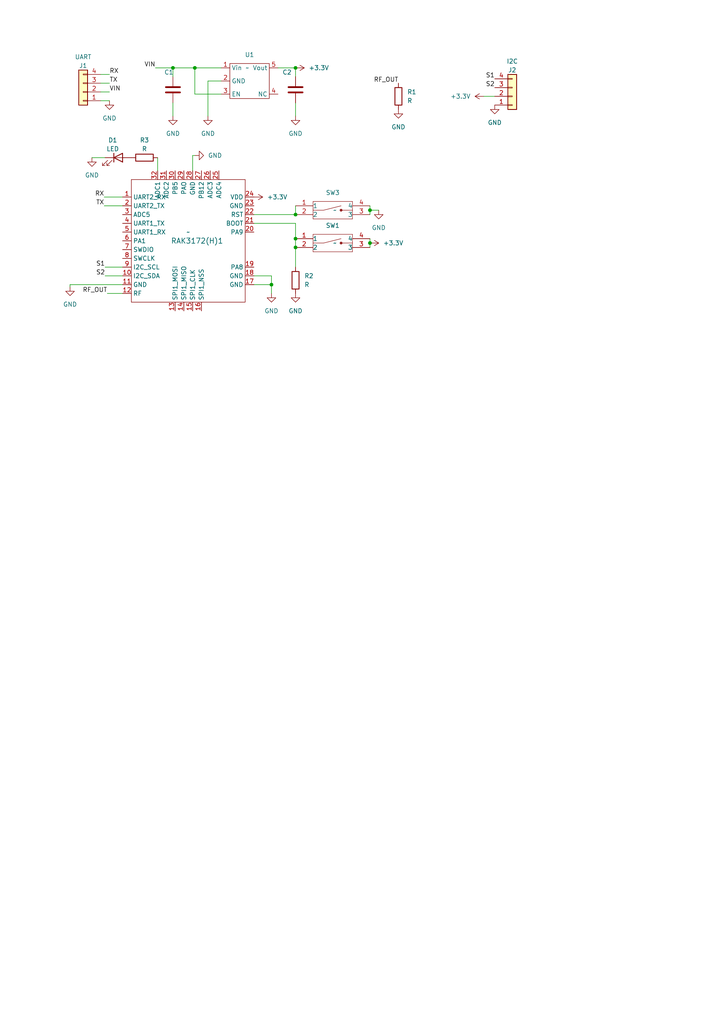
<source format=kicad_sch>
(kicad_sch (version 20230121) (generator eeschema)

  (uuid f203ee31-0582-4dde-bd5d-0b36a68ea503)

  (paper "A4" portrait)

  (title_block
    (title "LoRAK v.2")
  )

  (lib_symbols
    (symbol "00_Lib:RAK3172" (in_bom yes) (on_board yes)
      (property "Reference" "RAK3172(H)" (at 0 0 0)
        (effects (font (size 1.5 1.5)))
      )
      (property "Value" "" (at 0 2.54 0)
        (effects (font (size 1.27 1.27)))
      )
      (property "Footprint" "" (at 0 2.54 0)
        (effects (font (size 1.27 1.27)) hide)
      )
      (property "Datasheet" "" (at 0 2.54 0)
        (effects (font (size 1.27 1.27)) hide)
      )
      (symbol "RAK3172_0_1"
        (rectangle (start -16.51 17.78) (end 16.51 -17.78)
          (stroke (width 0) (type default))
          (fill (type none))
        )
      )
      (symbol "RAK3172_1_1"
        (pin input line (at -19.05 12.7 0) (length 2.54)
          (name "UART2_RX" (effects (font (size 1.27 1.27))))
          (number "1" (effects (font (size 1.27 1.27))))
        )
        (pin unspecified line (at -19.05 -10.16 0) (length 2.54)
          (name "I2C_SDA" (effects (font (size 1.27 1.27))))
          (number "10" (effects (font (size 1.27 1.27))))
        )
        (pin unspecified line (at -19.05 -12.7 0) (length 2.54)
          (name "GND" (effects (font (size 1.27 1.27))))
          (number "11" (effects (font (size 1.27 1.27))))
        )
        (pin unspecified line (at -19.05 -15.24 0) (length 2.54)
          (name "RF" (effects (font (size 1.27 1.27))))
          (number "12" (effects (font (size 1.27 1.27))))
        )
        (pin unspecified line (at -3.81 -20.32 90) (length 2.54)
          (name "SPI1_MOSI" (effects (font (size 1.27 1.27))))
          (number "13" (effects (font (size 1.27 1.27))))
        )
        (pin unspecified line (at -1.27 -20.32 90) (length 2.54)
          (name "SPI1_MISO" (effects (font (size 1.27 1.27))))
          (number "14" (effects (font (size 1.27 1.27))))
        )
        (pin unspecified line (at 1.27 -20.32 90) (length 2.54)
          (name "SPI1_CLK" (effects (font (size 1.27 1.27))))
          (number "15" (effects (font (size 1.27 1.27))))
        )
        (pin unspecified line (at 3.81 -20.32 90) (length 2.54)
          (name "SPI1_NSS" (effects (font (size 1.27 1.27))))
          (number "16" (effects (font (size 1.27 1.27))))
        )
        (pin unspecified line (at 19.05 -12.7 180) (length 2.54)
          (name "GND" (effects (font (size 1.27 1.27))))
          (number "17" (effects (font (size 1.27 1.27))))
        )
        (pin unspecified line (at 19.05 -10.16 180) (length 2.54)
          (name "GND" (effects (font (size 1.27 1.27))))
          (number "18" (effects (font (size 1.27 1.27))))
        )
        (pin unspecified line (at 19.05 -7.62 180) (length 2.54)
          (name "PA8" (effects (font (size 1.27 1.27))))
          (number "19" (effects (font (size 1.27 1.27))))
        )
        (pin output line (at -19.05 10.16 0) (length 2.54)
          (name "UART2_TX" (effects (font (size 1.27 1.27))))
          (number "2" (effects (font (size 1.27 1.27))))
        )
        (pin unspecified line (at 19.05 2.54 180) (length 2.54)
          (name "PA9" (effects (font (size 1.27 1.27))))
          (number "20" (effects (font (size 1.27 1.27))))
        )
        (pin unspecified line (at 19.05 5.08 180) (length 2.54)
          (name "BOOT" (effects (font (size 1.27 1.27))))
          (number "21" (effects (font (size 1.27 1.27))))
        )
        (pin unspecified line (at 19.05 7.62 180) (length 2.54)
          (name "RST" (effects (font (size 1.27 1.27))))
          (number "22" (effects (font (size 1.27 1.27))))
        )
        (pin unspecified line (at 19.05 10.16 180) (length 2.54)
          (name "GND" (effects (font (size 1.27 1.27))))
          (number "23" (effects (font (size 1.27 1.27))))
        )
        (pin input line (at 19.05 12.7 180) (length 2.54)
          (name "VDD" (effects (font (size 1.27 1.27))))
          (number "24" (effects (font (size 1.27 1.27))))
        )
        (pin unspecified line (at 8.89 20.32 270) (length 2.54)
          (name "ADC4" (effects (font (size 1.27 1.27))))
          (number "25" (effects (font (size 1.27 1.27))))
        )
        (pin unspecified line (at 6.35 20.32 270) (length 2.54)
          (name "ADC3" (effects (font (size 1.27 1.27))))
          (number "26" (effects (font (size 1.27 1.27))))
        )
        (pin unspecified line (at 3.81 20.32 270) (length 2.54)
          (name "PB12" (effects (font (size 1.27 1.27))))
          (number "27" (effects (font (size 1.27 1.27))))
        )
        (pin unspecified line (at 1.27 20.32 270) (length 2.54)
          (name "GND" (effects (font (size 1.27 1.27))))
          (number "28" (effects (font (size 1.27 1.27))))
        )
        (pin unspecified line (at -1.27 20.32 270) (length 2.54)
          (name "PAO" (effects (font (size 1.27 1.27))))
          (number "29" (effects (font (size 1.27 1.27))))
        )
        (pin unspecified line (at -19.05 7.62 0) (length 2.54)
          (name "ADC5" (effects (font (size 1.27 1.27))))
          (number "3" (effects (font (size 1.27 1.27))))
        )
        (pin unspecified line (at -3.81 20.32 270) (length 2.54)
          (name "PB5" (effects (font (size 1.27 1.27))))
          (number "30" (effects (font (size 1.27 1.27))))
        )
        (pin unspecified line (at -6.35 20.32 270) (length 2.54)
          (name "ADC2" (effects (font (size 1.27 1.27))))
          (number "31" (effects (font (size 1.27 1.27))))
        )
        (pin unspecified line (at -8.89 20.32 270) (length 2.54)
          (name "ADC1" (effects (font (size 1.27 1.27))))
          (number "32" (effects (font (size 1.27 1.27))))
        )
        (pin input line (at -19.05 5.08 0) (length 2.54)
          (name "UART1_TX" (effects (font (size 1.27 1.27))))
          (number "4" (effects (font (size 1.27 1.27))))
        )
        (pin output line (at -19.05 2.54 0) (length 2.54)
          (name "UART1_RX" (effects (font (size 1.27 1.27))))
          (number "5" (effects (font (size 1.27 1.27))))
        )
        (pin unspecified line (at -19.05 0 0) (length 2.54)
          (name "PA1" (effects (font (size 1.27 1.27))))
          (number "6" (effects (font (size 1.27 1.27))))
        )
        (pin unspecified line (at -19.05 -2.54 0) (length 2.54)
          (name "SWDIO" (effects (font (size 1.27 1.27))))
          (number "7" (effects (font (size 1.27 1.27))))
        )
        (pin unspecified line (at -19.05 -5.08 0) (length 2.54)
          (name "SWCLK" (effects (font (size 1.27 1.27))))
          (number "8" (effects (font (size 1.27 1.27))))
        )
        (pin unspecified line (at -19.05 -7.62 0) (length 2.54)
          (name "I2C_SCL" (effects (font (size 1.27 1.27))))
          (number "9" (effects (font (size 1.27 1.27))))
        )
      )
    )
    (symbol "00lib:STLQ020" (in_bom yes) (on_board yes)
      (property "Reference" "U" (at 0 5.08 0)
        (effects (font (size 1.27 1.27)))
      )
      (property "Value" "" (at 0 0 0)
        (effects (font (size 1.27 1.27)))
      )
      (property "Footprint" "" (at 0 0 0)
        (effects (font (size 1.27 1.27)) hide)
      )
      (property "Datasheet" "" (at 0 0 0)
        (effects (font (size 1.27 1.27)) hide)
      )
      (symbol "STLQ020_0_1"
        (rectangle (start -5.08 1.27) (end 6.35 -8.89)
          (stroke (width 0) (type default))
          (fill (type none))
        )
      )
      (symbol "STLQ020_1_1"
        (pin input line (at -7.62 0 0) (length 2.54)
          (name "Vin" (effects (font (size 1.27 1.27))))
          (number "1" (effects (font (size 1.27 1.27))))
        )
        (pin input line (at -7.62 -3.81 0) (length 2.54)
          (name "GND" (effects (font (size 1.27 1.27))))
          (number "2" (effects (font (size 1.27 1.27))))
        )
        (pin input line (at -7.62 -7.62 0) (length 2.54)
          (name "EN" (effects (font (size 1.27 1.27))))
          (number "3" (effects (font (size 1.27 1.27))))
        )
        (pin input line (at 8.89 -7.62 180) (length 2.54)
          (name "NC" (effects (font (size 1.27 1.27))))
          (number "4" (effects (font (size 1.27 1.27))))
        )
        (pin input line (at 8.89 0 180) (length 2.54)
          (name "Vout" (effects (font (size 1.27 1.27))))
          (number "5" (effects (font (size 1.27 1.27))))
        )
      )
    )
    (symbol "Connector_Generic:Conn_01x04" (pin_names (offset 1.016) hide) (in_bom yes) (on_board yes)
      (property "Reference" "J" (at 0 5.08 0)
        (effects (font (size 1.27 1.27)))
      )
      (property "Value" "Conn_01x04" (at 0 -7.62 0)
        (effects (font (size 1.27 1.27)))
      )
      (property "Footprint" "" (at 0 0 0)
        (effects (font (size 1.27 1.27)) hide)
      )
      (property "Datasheet" "~" (at 0 0 0)
        (effects (font (size 1.27 1.27)) hide)
      )
      (property "ki_keywords" "connector" (at 0 0 0)
        (effects (font (size 1.27 1.27)) hide)
      )
      (property "ki_description" "Generic connector, single row, 01x04, script generated (kicad-library-utils/schlib/autogen/connector/)" (at 0 0 0)
        (effects (font (size 1.27 1.27)) hide)
      )
      (property "ki_fp_filters" "Connector*:*_1x??_*" (at 0 0 0)
        (effects (font (size 1.27 1.27)) hide)
      )
      (symbol "Conn_01x04_1_1"
        (rectangle (start -1.27 -4.953) (end 0 -5.207)
          (stroke (width 0.1524) (type default))
          (fill (type none))
        )
        (rectangle (start -1.27 -2.413) (end 0 -2.667)
          (stroke (width 0.1524) (type default))
          (fill (type none))
        )
        (rectangle (start -1.27 0.127) (end 0 -0.127)
          (stroke (width 0.1524) (type default))
          (fill (type none))
        )
        (rectangle (start -1.27 2.667) (end 0 2.413)
          (stroke (width 0.1524) (type default))
          (fill (type none))
        )
        (rectangle (start -1.27 3.81) (end 1.27 -6.35)
          (stroke (width 0.254) (type default))
          (fill (type background))
        )
        (pin passive line (at -5.08 2.54 0) (length 3.81)
          (name "Pin_1" (effects (font (size 1.27 1.27))))
          (number "1" (effects (font (size 1.27 1.27))))
        )
        (pin passive line (at -5.08 0 0) (length 3.81)
          (name "Pin_2" (effects (font (size 1.27 1.27))))
          (number "2" (effects (font (size 1.27 1.27))))
        )
        (pin passive line (at -5.08 -2.54 0) (length 3.81)
          (name "Pin_3" (effects (font (size 1.27 1.27))))
          (number "3" (effects (font (size 1.27 1.27))))
        )
        (pin passive line (at -5.08 -5.08 0) (length 3.81)
          (name "Pin_4" (effects (font (size 1.27 1.27))))
          (number "4" (effects (font (size 1.27 1.27))))
        )
      )
    )
    (symbol "Device:C" (pin_numbers hide) (pin_names (offset 0.254)) (in_bom yes) (on_board yes)
      (property "Reference" "C" (at 0.635 2.54 0)
        (effects (font (size 1.27 1.27)) (justify left))
      )
      (property "Value" "C" (at 0.635 -2.54 0)
        (effects (font (size 1.27 1.27)) (justify left))
      )
      (property "Footprint" "" (at 0.9652 -3.81 0)
        (effects (font (size 1.27 1.27)) hide)
      )
      (property "Datasheet" "~" (at 0 0 0)
        (effects (font (size 1.27 1.27)) hide)
      )
      (property "ki_keywords" "cap capacitor" (at 0 0 0)
        (effects (font (size 1.27 1.27)) hide)
      )
      (property "ki_description" "Unpolarized capacitor" (at 0 0 0)
        (effects (font (size 1.27 1.27)) hide)
      )
      (property "ki_fp_filters" "C_*" (at 0 0 0)
        (effects (font (size 1.27 1.27)) hide)
      )
      (symbol "C_0_1"
        (polyline
          (pts
            (xy -2.032 -0.762)
            (xy 2.032 -0.762)
          )
          (stroke (width 0.508) (type default))
          (fill (type none))
        )
        (polyline
          (pts
            (xy -2.032 0.762)
            (xy 2.032 0.762)
          )
          (stroke (width 0.508) (type default))
          (fill (type none))
        )
      )
      (symbol "C_1_1"
        (pin passive line (at 0 3.81 270) (length 2.794)
          (name "~" (effects (font (size 1.27 1.27))))
          (number "1" (effects (font (size 1.27 1.27))))
        )
        (pin passive line (at 0 -3.81 90) (length 2.794)
          (name "~" (effects (font (size 1.27 1.27))))
          (number "2" (effects (font (size 1.27 1.27))))
        )
      )
    )
    (symbol "Device:LED" (pin_numbers hide) (pin_names (offset 1.016) hide) (in_bom yes) (on_board yes)
      (property "Reference" "D" (at 0 2.54 0)
        (effects (font (size 1.27 1.27)))
      )
      (property "Value" "LED" (at 0 -2.54 0)
        (effects (font (size 1.27 1.27)))
      )
      (property "Footprint" "" (at 0 0 0)
        (effects (font (size 1.27 1.27)) hide)
      )
      (property "Datasheet" "~" (at 0 0 0)
        (effects (font (size 1.27 1.27)) hide)
      )
      (property "ki_keywords" "LED diode" (at 0 0 0)
        (effects (font (size 1.27 1.27)) hide)
      )
      (property "ki_description" "Light emitting diode" (at 0 0 0)
        (effects (font (size 1.27 1.27)) hide)
      )
      (property "ki_fp_filters" "LED* LED_SMD:* LED_THT:*" (at 0 0 0)
        (effects (font (size 1.27 1.27)) hide)
      )
      (symbol "LED_0_1"
        (polyline
          (pts
            (xy -1.27 -1.27)
            (xy -1.27 1.27)
          )
          (stroke (width 0.254) (type default))
          (fill (type none))
        )
        (polyline
          (pts
            (xy -1.27 0)
            (xy 1.27 0)
          )
          (stroke (width 0) (type default))
          (fill (type none))
        )
        (polyline
          (pts
            (xy 1.27 -1.27)
            (xy 1.27 1.27)
            (xy -1.27 0)
            (xy 1.27 -1.27)
          )
          (stroke (width 0.254) (type default))
          (fill (type none))
        )
        (polyline
          (pts
            (xy -3.048 -0.762)
            (xy -4.572 -2.286)
            (xy -3.81 -2.286)
            (xy -4.572 -2.286)
            (xy -4.572 -1.524)
          )
          (stroke (width 0) (type default))
          (fill (type none))
        )
        (polyline
          (pts
            (xy -1.778 -0.762)
            (xy -3.302 -2.286)
            (xy -2.54 -2.286)
            (xy -3.302 -2.286)
            (xy -3.302 -1.524)
          )
          (stroke (width 0) (type default))
          (fill (type none))
        )
      )
      (symbol "LED_1_1"
        (pin passive line (at -3.81 0 0) (length 2.54)
          (name "K" (effects (font (size 1.27 1.27))))
          (number "1" (effects (font (size 1.27 1.27))))
        )
        (pin passive line (at 3.81 0 180) (length 2.54)
          (name "A" (effects (font (size 1.27 1.27))))
          (number "2" (effects (font (size 1.27 1.27))))
        )
      )
    )
    (symbol "Device:R" (pin_numbers hide) (pin_names (offset 0)) (in_bom yes) (on_board yes)
      (property "Reference" "R" (at 2.032 0 90)
        (effects (font (size 1.27 1.27)))
      )
      (property "Value" "R" (at 0 0 90)
        (effects (font (size 1.27 1.27)))
      )
      (property "Footprint" "" (at -1.778 0 90)
        (effects (font (size 1.27 1.27)) hide)
      )
      (property "Datasheet" "~" (at 0 0 0)
        (effects (font (size 1.27 1.27)) hide)
      )
      (property "ki_keywords" "R res resistor" (at 0 0 0)
        (effects (font (size 1.27 1.27)) hide)
      )
      (property "ki_description" "Resistor" (at 0 0 0)
        (effects (font (size 1.27 1.27)) hide)
      )
      (property "ki_fp_filters" "R_*" (at 0 0 0)
        (effects (font (size 1.27 1.27)) hide)
      )
      (symbol "R_0_1"
        (rectangle (start -1.016 -2.54) (end 1.016 2.54)
          (stroke (width 0.254) (type default))
          (fill (type none))
        )
      )
      (symbol "R_1_1"
        (pin passive line (at 0 3.81 270) (length 1.27)
          (name "~" (effects (font (size 1.27 1.27))))
          (number "1" (effects (font (size 1.27 1.27))))
        )
        (pin passive line (at 0 -3.81 90) (length 1.27)
          (name "~" (effects (font (size 1.27 1.27))))
          (number "2" (effects (font (size 1.27 1.27))))
        )
      )
    )
    (symbol "PTS526_1" (pin_names (offset 0.0001)) (in_bom yes) (on_board yes)
      (property "Reference" "SW" (at 0 0 0)
        (effects (font (size 1.27 1.27)))
      )
      (property "Value" "" (at 0 0 0)
        (effects (font (size 1.27 1.27)))
      )
      (property "Footprint" "00_lib:PTS526" (at 0 -3.81 0)
        (effects (font (size 1.27 1.27)) hide)
      )
      (property "Datasheet" "" (at 0 0 0)
        (effects (font (size 1.27 1.27)) hide)
      )
      (symbol "PTS526_1_0_1"
        (polyline
          (pts
            (xy -6.35 -2.54)
            (xy -6.35 2.54)
          )
          (stroke (width 0.127) (type default))
          (fill (type none))
        )
        (polyline
          (pts
            (xy -6.35 -2.54)
            (xy 5.08 -2.54)
          )
          (stroke (width 0.127) (type default))
          (fill (type none))
        )
        (polyline
          (pts
            (xy -6.35 0)
            (xy -3.302 0)
          )
          (stroke (width 0.127) (type default))
          (fill (type none))
        )
        (polyline
          (pts
            (xy -3.302 0)
            (xy 1.778 1.27)
          )
          (stroke (width 0.127) (type default))
          (fill (type none))
        )
        (polyline
          (pts
            (xy 5.08 -2.54)
            (xy 5.08 2.54)
          )
          (stroke (width 0.127) (type default))
          (fill (type none))
        )
        (polyline
          (pts
            (xy 5.08 0)
            (xy 1.778 0)
          )
          (stroke (width 0.127) (type default))
          (fill (type none))
        )
        (polyline
          (pts
            (xy 5.08 2.54)
            (xy -6.35 2.54)
          )
          (stroke (width 0.127) (type default))
          (fill (type none))
        )
        (circle (center 1.778 0) (radius 0.254)
          (stroke (width 0.254) (type default))
          (fill (type none))
        )
      )
      (symbol "PTS526_1_1_1"
        (pin unspecified line (at -11.43 1.27 0) (length 5)
          (name "1" (effects (font (size 1.27 1.27))))
          (number "1" (effects (font (size 1.27 1.27))))
        )
        (pin unspecified line (at -11.43 -1.27 0) (length 5)
          (name "2" (effects (font (size 1.27 1.27))))
          (number "2" (effects (font (size 1.27 1.27))))
        )
        (pin unspecified line (at 10.16 -1.27 180) (length 5)
          (name "3" (effects (font (size 1.27 1.27))))
          (number "3" (effects (font (size 1.27 1.27))))
        )
        (pin unspecified line (at 10.16 1.27 180) (length 5)
          (name "4" (effects (font (size 1.27 1.27))))
          (number "4" (effects (font (size 1.27 1.27))))
        )
      )
    )
    (symbol "power:+3.3V" (power) (pin_names (offset 0)) (in_bom yes) (on_board yes)
      (property "Reference" "#PWR" (at 0 -3.81 0)
        (effects (font (size 1.27 1.27)) hide)
      )
      (property "Value" "+3.3V" (at 0 3.556 0)
        (effects (font (size 1.27 1.27)))
      )
      (property "Footprint" "" (at 0 0 0)
        (effects (font (size 1.27 1.27)) hide)
      )
      (property "Datasheet" "" (at 0 0 0)
        (effects (font (size 1.27 1.27)) hide)
      )
      (property "ki_keywords" "global power" (at 0 0 0)
        (effects (font (size 1.27 1.27)) hide)
      )
      (property "ki_description" "Power symbol creates a global label with name \"+3.3V\"" (at 0 0 0)
        (effects (font (size 1.27 1.27)) hide)
      )
      (symbol "+3.3V_0_1"
        (polyline
          (pts
            (xy -0.762 1.27)
            (xy 0 2.54)
          )
          (stroke (width 0) (type default))
          (fill (type none))
        )
        (polyline
          (pts
            (xy 0 0)
            (xy 0 2.54)
          )
          (stroke (width 0) (type default))
          (fill (type none))
        )
        (polyline
          (pts
            (xy 0 2.54)
            (xy 0.762 1.27)
          )
          (stroke (width 0) (type default))
          (fill (type none))
        )
      )
      (symbol "+3.3V_1_1"
        (pin power_in line (at 0 0 90) (length 0) hide
          (name "+3.3V" (effects (font (size 1.27 1.27))))
          (number "1" (effects (font (size 1.27 1.27))))
        )
      )
    )
    (symbol "power:GND" (power) (pin_names (offset 0)) (in_bom yes) (on_board yes)
      (property "Reference" "#PWR" (at 0 -6.35 0)
        (effects (font (size 1.27 1.27)) hide)
      )
      (property "Value" "GND" (at 0 -3.81 0)
        (effects (font (size 1.27 1.27)))
      )
      (property "Footprint" "" (at 0 0 0)
        (effects (font (size 1.27 1.27)) hide)
      )
      (property "Datasheet" "" (at 0 0 0)
        (effects (font (size 1.27 1.27)) hide)
      )
      (property "ki_keywords" "global power" (at 0 0 0)
        (effects (font (size 1.27 1.27)) hide)
      )
      (property "ki_description" "Power symbol creates a global label with name \"GND\" , ground" (at 0 0 0)
        (effects (font (size 1.27 1.27)) hide)
      )
      (symbol "GND_0_1"
        (polyline
          (pts
            (xy 0 0)
            (xy 0 -1.27)
            (xy 1.27 -1.27)
            (xy 0 -2.54)
            (xy -1.27 -1.27)
            (xy 0 -1.27)
          )
          (stroke (width 0) (type default))
          (fill (type none))
        )
      )
      (symbol "GND_1_1"
        (pin power_in line (at 0 0 270) (length 0) hide
          (name "GND" (effects (font (size 1.27 1.27))))
          (number "1" (effects (font (size 1.27 1.27))))
        )
      )
    )
  )

  (junction (at 85.725 69.215) (diameter 0) (color 0 0 0 0)
    (uuid 0d03a94f-d6fd-4a4e-be81-ad388dac0816)
  )
  (junction (at 56.515 19.685) (diameter 0) (color 0 0 0 0)
    (uuid 11abfb71-c6ff-40bc-9593-0a78dc15ee05)
  )
  (junction (at 107.315 70.485) (diameter 0) (color 0 0 0 0)
    (uuid 2e2c2880-af7f-45ba-a7b9-e4a96f547002)
  )
  (junction (at 85.725 62.23) (diameter 0) (color 0 0 0 0)
    (uuid 3f4dde94-b372-457f-a4e9-607210f32b48)
  )
  (junction (at 85.725 19.685) (diameter 0) (color 0 0 0 0)
    (uuid 4793c13a-c9f0-4824-8a7e-68cecaa6c289)
  )
  (junction (at 107.315 60.96) (diameter 0) (color 0 0 0 0)
    (uuid a51f67b0-e714-4b67-ab18-5d3cb84e40b7)
  )
  (junction (at 78.74 82.55) (diameter 0) (color 0 0 0 0)
    (uuid ae3d145c-7583-4832-b99b-7e6285a86949)
  )
  (junction (at 85.725 71.755) (diameter 0) (color 0 0 0 0)
    (uuid ea06108e-b7c0-4f38-ae93-b257469b695e)
  )
  (junction (at 50.165 19.685) (diameter 0) (color 0 0 0 0)
    (uuid fb5c63c6-cc9a-403d-a2f7-6a7a1d9fc203)
  )

  (wire (pts (xy 64.135 23.495) (xy 60.325 23.495))
    (stroke (width 0) (type default))
    (uuid 0a406273-84b0-4e57-b594-7038174a1226)
  )
  (wire (pts (xy 85.725 64.77) (xy 85.725 69.215))
    (stroke (width 0) (type default))
    (uuid 17f3d681-e84b-473e-aeb8-9b3ceb624bce)
  )
  (wire (pts (xy 85.725 69.215) (xy 85.725 71.755))
    (stroke (width 0) (type default))
    (uuid 19a9b100-e473-4bde-b7b3-532f54de791f)
  )
  (wire (pts (xy 78.74 80.01) (xy 78.74 82.55))
    (stroke (width 0) (type default))
    (uuid 1a9f25fa-515c-42ea-a6c5-768ddc350fdf)
  )
  (wire (pts (xy 30.48 77.47) (xy 35.56 77.47))
    (stroke (width 0) (type default))
    (uuid 1f77f356-4a64-4d5b-b19a-27961f5175eb)
  )
  (wire (pts (xy 80.645 19.685) (xy 85.725 19.685))
    (stroke (width 0) (type default))
    (uuid 284c07d5-b966-483a-bf47-4bf1d5d9e2f1)
  )
  (wire (pts (xy 50.165 19.685) (xy 56.515 19.685))
    (stroke (width 0) (type default))
    (uuid 2dddfe12-6536-4f79-8124-8fcd1db46cb2)
  )
  (wire (pts (xy 73.66 82.55) (xy 78.74 82.55))
    (stroke (width 0) (type default))
    (uuid 2e117020-d750-403a-88d2-436df1b11d2c)
  )
  (wire (pts (xy 29.21 24.13) (xy 31.75 24.13))
    (stroke (width 0) (type default))
    (uuid 36e24ce0-4220-4dd1-90e4-ac74305d7c22)
  )
  (wire (pts (xy 78.74 82.55) (xy 78.74 85.09))
    (stroke (width 0) (type default))
    (uuid 3907d25d-7146-4967-a908-b164f28c6845)
  )
  (wire (pts (xy 73.66 64.77) (xy 85.725 64.77))
    (stroke (width 0) (type default))
    (uuid 41ba1fb1-2055-4a4b-8e87-bc7d30bce861)
  )
  (wire (pts (xy 85.725 71.755) (xy 85.725 77.47))
    (stroke (width 0) (type default))
    (uuid 46e17ee3-3eb8-41b2-b997-d5f7f3e2a814)
  )
  (wire (pts (xy 107.315 69.215) (xy 107.315 70.485))
    (stroke (width 0) (type default))
    (uuid 4f389c3b-0ee2-40fb-b4dc-55d55bf1d122)
  )
  (wire (pts (xy 107.315 60.96) (xy 109.855 60.96))
    (stroke (width 0) (type default))
    (uuid 54596dea-188a-41e4-ab5a-518790dd991f)
  )
  (wire (pts (xy 55.88 49.53) (xy 55.88 45.085))
    (stroke (width 0) (type default))
    (uuid 5460ae03-c802-47d1-9d63-188414960ee2)
  )
  (wire (pts (xy 107.315 59.69) (xy 107.315 60.96))
    (stroke (width 0) (type default))
    (uuid 56e3ae89-94a6-41e2-8c60-f8f6910fec16)
  )
  (wire (pts (xy 64.135 19.685) (xy 56.515 19.685))
    (stroke (width 0) (type default))
    (uuid 58b14200-2817-44f7-8745-8ff0e956effa)
  )
  (wire (pts (xy 30.226 59.69) (xy 35.56 59.69))
    (stroke (width 0) (type default))
    (uuid 5aefb522-6280-4677-9f2f-1d6ca4a68390)
  )
  (wire (pts (xy 107.315 70.485) (xy 107.315 71.755))
    (stroke (width 0) (type default))
    (uuid 5b8f2113-385b-47ea-9d76-92eb8c8f3c4f)
  )
  (wire (pts (xy 85.725 59.69) (xy 85.725 62.23))
    (stroke (width 0) (type default))
    (uuid 5fdfecb0-771e-4041-9bda-8b5dad3f6e6a)
  )
  (wire (pts (xy 107.315 60.96) (xy 107.315 62.23))
    (stroke (width 0) (type default))
    (uuid 63ccbcec-4011-4d53-9f73-793a985323a6)
  )
  (wire (pts (xy 30.48 80.01) (xy 35.56 80.01))
    (stroke (width 0) (type default))
    (uuid 66c7b405-2cdd-4151-ab0d-9823275aac05)
  )
  (wire (pts (xy 140.335 27.94) (xy 143.51 27.94))
    (stroke (width 0) (type default))
    (uuid 6af7daa6-ed73-408a-882e-9ac9a854923b)
  )
  (wire (pts (xy 45.72 45.72) (xy 45.72 49.53))
    (stroke (width 0) (type default))
    (uuid 6f6c5859-4ecb-4e61-ac3e-c209f0cbea30)
  )
  (wire (pts (xy 29.21 26.67) (xy 31.75 26.67))
    (stroke (width 0) (type default))
    (uuid 715d184b-f702-426f-b110-78365c9ad4f6)
  )
  (wire (pts (xy 29.21 29.21) (xy 31.75 29.21))
    (stroke (width 0) (type default))
    (uuid 7339c7f3-2ead-49bb-abc7-333dc6601251)
  )
  (wire (pts (xy 73.66 62.23) (xy 85.725 62.23))
    (stroke (width 0) (type default))
    (uuid 79f44c05-f2c9-4110-ae3f-8d98e626fed6)
  )
  (wire (pts (xy 85.725 19.685) (xy 85.725 22.225))
    (stroke (width 0) (type default))
    (uuid 7d54299a-3258-4b83-b1c1-67b6bbeaf892)
  )
  (wire (pts (xy 73.66 80.01) (xy 78.74 80.01))
    (stroke (width 0) (type default))
    (uuid 85ead794-b4e2-4a34-8c4c-2704912ba465)
  )
  (wire (pts (xy 64.135 27.305) (xy 56.515 27.305))
    (stroke (width 0) (type default))
    (uuid 9d1a5ea2-ecaf-4ec4-9265-43b0122890ad)
  )
  (wire (pts (xy 20.32 82.55) (xy 20.32 83.185))
    (stroke (width 0) (type default))
    (uuid a30f1b54-a8dc-4b37-9c7c-4fb5b2cd16e5)
  )
  (wire (pts (xy 29.21 21.59) (xy 31.75 21.59))
    (stroke (width 0) (type default))
    (uuid afc46dd6-bbfa-4620-9742-507a3659eb0f)
  )
  (wire (pts (xy 35.56 82.55) (xy 20.32 82.55))
    (stroke (width 0) (type default))
    (uuid b95639b7-5928-4c5f-89c1-b86acbe682fc)
  )
  (wire (pts (xy 50.165 29.845) (xy 50.165 33.655))
    (stroke (width 0) (type default))
    (uuid c157ddc1-1e79-4d5c-8618-57a1487b5cc4)
  )
  (wire (pts (xy 26.67 45.72) (xy 30.48 45.72))
    (stroke (width 0) (type default))
    (uuid d7a3b2f8-c013-4438-8dcf-438b473c0a67)
  )
  (wire (pts (xy 55.88 45.085) (xy 56.515 45.085))
    (stroke (width 0) (type default))
    (uuid d80c4670-e0f6-42e8-bc32-9eacf2dcf1d9)
  )
  (wire (pts (xy 56.515 27.305) (xy 56.515 19.685))
    (stroke (width 0) (type default))
    (uuid e21e4119-6a4b-4437-b8f2-bb0e52ef134f)
  )
  (wire (pts (xy 45.085 19.685) (xy 50.165 19.685))
    (stroke (width 0) (type default))
    (uuid e24e783a-fc89-4a21-a462-8f805ae6a414)
  )
  (wire (pts (xy 30.226 57.15) (xy 35.56 57.15))
    (stroke (width 0) (type default))
    (uuid e659038a-259d-4963-8590-587c83ec5492)
  )
  (wire (pts (xy 31.115 85.09) (xy 35.56 85.09))
    (stroke (width 0) (type default))
    (uuid eb96d138-6ec1-46f5-a848-4dc8037b26ff)
  )
  (wire (pts (xy 60.325 23.495) (xy 60.325 33.655))
    (stroke (width 0) (type default))
    (uuid f3f3220e-171e-4223-aa8a-b20989874923)
  )
  (wire (pts (xy 50.165 19.685) (xy 50.165 22.225))
    (stroke (width 0) (type default))
    (uuid fae9e017-d273-4cda-9d4f-86aa803b3271)
  )
  (wire (pts (xy 85.725 29.845) (xy 85.725 33.655))
    (stroke (width 0) (type default))
    (uuid fe0f0fd7-8bee-4608-b581-fe0ff3456c96)
  )

  (label "S2" (at 143.51 25.4 180) (fields_autoplaced)
    (effects (font (size 1.27 1.27)) (justify right bottom))
    (uuid 050ebcc0-6e27-43d6-8bfb-7962eb1259da)
  )
  (label "TX" (at 30.226 59.69 180) (fields_autoplaced)
    (effects (font (size 1.27 1.27)) (justify right bottom))
    (uuid 0bdf6c66-b208-4f30-8c73-7104fc827a3a)
  )
  (label "S1" (at 143.51 22.86 180) (fields_autoplaced)
    (effects (font (size 1.27 1.27)) (justify right bottom))
    (uuid 277af103-34c7-4beb-a7e7-ef37233fd489)
  )
  (label "VIN" (at 45.085 19.685 180) (fields_autoplaced)
    (effects (font (size 1.27 1.27)) (justify right bottom))
    (uuid 2e39ae5c-41b9-4ec2-a3e1-fe9e2bfa3e9f)
  )
  (label "TX" (at 31.75 24.13 0) (fields_autoplaced)
    (effects (font (size 1.27 1.27)) (justify left bottom))
    (uuid 3493b105-187d-484e-8ae8-02893adba1ce)
  )
  (label "RF_OUT" (at 31.115 85.09 180) (fields_autoplaced)
    (effects (font (size 1.27 1.27)) (justify right bottom))
    (uuid 45e6c2c8-e3f9-458d-b870-0d7f0aef20e5)
  )
  (label "RX" (at 30.226 57.15 180) (fields_autoplaced)
    (effects (font (size 1.27 1.27)) (justify right bottom))
    (uuid 62c32ee9-4355-4a0a-98e8-ac05097ac4f3)
  )
  (label "S1" (at 30.48 77.47 180) (fields_autoplaced)
    (effects (font (size 1.27 1.27)) (justify right bottom))
    (uuid 6d587491-693d-414d-9998-ebc9583c0006)
  )
  (label "S2" (at 30.48 80.01 180) (fields_autoplaced)
    (effects (font (size 1.27 1.27)) (justify right bottom))
    (uuid 85de062f-a69f-4762-a44e-176937bfd0a3)
  )
  (label "VIN" (at 31.75 26.67 0) (fields_autoplaced)
    (effects (font (size 1.27 1.27)) (justify left bottom))
    (uuid 92a22ece-8d1e-453d-9a76-2e6df0716d6e)
  )
  (label "RX" (at 31.75 21.59 0) (fields_autoplaced)
    (effects (font (size 1.27 1.27)) (justify left bottom))
    (uuid bc067ba1-0d90-4013-bf25-4c8ddb123861)
  )
  (label "RF_OUT" (at 115.57 24.13 180) (fields_autoplaced)
    (effects (font (size 1.27 1.27)) (justify right bottom))
    (uuid fe90d80a-1fab-4a97-8598-7ceac7b80bd2)
  )

  (symbol (lib_id "power:GND") (at 78.74 85.09 0) (unit 1)
    (in_bom yes) (on_board yes) (dnp no) (fields_autoplaced)
    (uuid 0088f1ad-3f76-4df0-8813-e58ac1eb0e77)
    (property "Reference" "#PWR02" (at 78.74 91.44 0)
      (effects (font (size 1.27 1.27)) hide)
    )
    (property "Value" "GND" (at 78.74 90.17 0)
      (effects (font (size 1.27 1.27)))
    )
    (property "Footprint" "" (at 78.74 85.09 0)
      (effects (font (size 1.27 1.27)) hide)
    )
    (property "Datasheet" "" (at 78.74 85.09 0)
      (effects (font (size 1.27 1.27)) hide)
    )
    (pin "1" (uuid 8a62f01a-66d4-4e63-8278-b6c2a9ab08e4))
    (instances
      (project "LoRAK-v.2"
        (path "/f203ee31-0582-4dde-bd5d-0b36a68ea503"
          (reference "#PWR02") (unit 1)
        )
      )
    )
  )

  (symbol (lib_id "power:GND") (at 115.57 31.75 0) (unit 1)
    (in_bom yes) (on_board yes) (dnp no) (fields_autoplaced)
    (uuid 1957624e-7a1c-4010-a8d6-b056e3a07021)
    (property "Reference" "#PWR04" (at 115.57 38.1 0)
      (effects (font (size 1.27 1.27)) hide)
    )
    (property "Value" "GND" (at 115.57 36.83 0)
      (effects (font (size 1.27 1.27)))
    )
    (property "Footprint" "" (at 115.57 31.75 0)
      (effects (font (size 1.27 1.27)) hide)
    )
    (property "Datasheet" "" (at 115.57 31.75 0)
      (effects (font (size 1.27 1.27)) hide)
    )
    (pin "1" (uuid 133863e9-5bf9-40e0-81cc-100df645a846))
    (instances
      (project "Test"
        (path "/6ddc5d1e-db37-4dfd-b738-bc53a864e8c1"
          (reference "#PWR04") (unit 1)
        )
      )
      (project "PASSEPARTOUT-4.0"
        (path "/8c08ccae-67c7-44ef-b383-2dbf446c04d0"
          (reference "#PWR06") (unit 1)
        )
      )
      (project "LoRAK-v.2"
        (path "/f203ee31-0582-4dde-bd5d-0b36a68ea503"
          (reference "#PWR012") (unit 1)
        )
      )
    )
  )

  (symbol (lib_id "Device:LED") (at 34.29 45.72 0) (unit 1)
    (in_bom yes) (on_board yes) (dnp no)
    (uuid 1a2ee059-7fcc-4fb0-af16-7a07e13da00a)
    (property "Reference" "D1" (at 32.7025 40.64 0)
      (effects (font (size 1.27 1.27)))
    )
    (property "Value" "LED" (at 32.7025 43.18 0)
      (effects (font (size 1.27 1.27)))
    )
    (property "Footprint" "LED_SMD:LED_0402_1005Metric" (at 34.29 45.72 0)
      (effects (font (size 1.27 1.27)) hide)
    )
    (property "Datasheet" "~" (at 34.29 45.72 0)
      (effects (font (size 1.27 1.27)) hide)
    )
    (pin "1" (uuid 99f7c98b-284f-481a-913d-4bdd587152c8))
    (pin "2" (uuid 88978b9a-6ff3-485d-863d-c3893edca3e8))
    (instances
      (project "LoRAK-v.2"
        (path "/f203ee31-0582-4dde-bd5d-0b36a68ea503"
          (reference "D1") (unit 1)
        )
      )
    )
  )

  (symbol (lib_name "PTS526_1") (lib_id "00_Lib:PTS526") (at 97.155 70.485 0) (unit 1)
    (in_bom yes) (on_board yes) (dnp no) (fields_autoplaced)
    (uuid 2c84cdc2-5333-4f8a-8924-95b8237b4a2a)
    (property "Reference" "SW1" (at 96.52 65.405 0)
      (effects (font (size 1.27 1.27)))
    )
    (property "Value" "~" (at 97.155 70.485 0)
      (effects (font (size 1.27 1.27)))
    )
    (property "Footprint" "00_lib:PTS526" (at 97.155 74.295 0)
      (effects (font (size 1.27 1.27)) hide)
    )
    (property "Datasheet" "" (at 97.155 70.485 0)
      (effects (font (size 1.27 1.27)) hide)
    )
    (pin "1" (uuid 20cb8ed9-f2f6-4de7-bba1-41b87ac43467))
    (pin "2" (uuid 54a4a6e4-b623-43c9-9a17-06e5ddcdd65c))
    (pin "3" (uuid 1b61e8c5-f0e4-4d73-9f60-70e4d3b47b27))
    (pin "4" (uuid 142943c8-6439-4b4d-99d5-8878b217e32e))
    (instances
      (project "LoRAK-v.2"
        (path "/f203ee31-0582-4dde-bd5d-0b36a68ea503"
          (reference "SW1") (unit 1)
        )
      )
    )
  )

  (symbol (lib_id "00lib:STLQ020") (at 71.755 19.685 0) (unit 1)
    (in_bom yes) (on_board yes) (dnp no) (fields_autoplaced)
    (uuid 37935e50-fa97-47c8-a633-142f09357938)
    (property "Reference" "U2" (at 72.39 15.875 0)
      (effects (font (size 1.27 1.27)))
    )
    (property "Value" "~" (at 71.755 19.685 0)
      (effects (font (size 1.27 1.27)))
    )
    (property "Footprint" "00_lib:STLQ020" (at 71.755 19.685 0)
      (effects (font (size 1.27 1.27)) hide)
    )
    (property "Datasheet" "" (at 71.755 19.685 0)
      (effects (font (size 1.27 1.27)) hide)
    )
    (pin "1" (uuid 14871542-953d-4db6-8294-6baecbc8f921))
    (pin "2" (uuid 6ab61490-a269-4d49-b143-bc86201e4469))
    (pin "3" (uuid 53ac2e00-37f5-4892-bf65-38bc5d5d42cb))
    (pin "4" (uuid a10f41ba-ebf3-4696-98e3-a12e986e5d06))
    (pin "5" (uuid c8d40e7b-8964-41f3-9d22-30d98f11e048))
    (instances
      (project "Test"
        (path "/6ddc5d1e-db37-4dfd-b738-bc53a864e8c1"
          (reference "U2") (unit 1)
        )
      )
      (project "PASSEPARTOUT-4.0"
        (path "/8c08ccae-67c7-44ef-b383-2dbf446c04d0"
          (reference "U2") (unit 1)
        )
      )
      (project "LoRAK-v.2"
        (path "/f203ee31-0582-4dde-bd5d-0b36a68ea503"
          (reference "U1") (unit 1)
        )
      )
    )
  )

  (symbol (lib_id "power:GND") (at 109.855 60.96 0) (unit 1)
    (in_bom yes) (on_board yes) (dnp no) (fields_autoplaced)
    (uuid 37bf65f9-60b2-415c-90ca-2ddfa5e9e37f)
    (property "Reference" "#PWR013" (at 109.855 67.31 0)
      (effects (font (size 1.27 1.27)) hide)
    )
    (property "Value" "GND" (at 109.855 66.04 0)
      (effects (font (size 1.27 1.27)))
    )
    (property "Footprint" "" (at 109.855 60.96 0)
      (effects (font (size 1.27 1.27)) hide)
    )
    (property "Datasheet" "" (at 109.855 60.96 0)
      (effects (font (size 1.27 1.27)) hide)
    )
    (pin "1" (uuid baa11691-0ef3-40f7-af29-daf125023806))
    (instances
      (project "LoRAK-v.2"
        (path "/f203ee31-0582-4dde-bd5d-0b36a68ea503"
          (reference "#PWR013") (unit 1)
        )
      )
    )
  )

  (symbol (lib_id "power:GND") (at 143.51 30.48 0) (unit 1)
    (in_bom yes) (on_board yes) (dnp no) (fields_autoplaced)
    (uuid 3843ac7a-f54f-4d3f-ae15-4d5c6ceb91dc)
    (property "Reference" "#PWR03" (at 143.51 36.83 0)
      (effects (font (size 1.27 1.27)) hide)
    )
    (property "Value" "GND" (at 143.51 35.56 0)
      (effects (font (size 1.27 1.27)))
    )
    (property "Footprint" "" (at 143.51 30.48 0)
      (effects (font (size 1.27 1.27)) hide)
    )
    (property "Datasheet" "" (at 143.51 30.48 0)
      (effects (font (size 1.27 1.27)) hide)
    )
    (pin "1" (uuid a94aa055-bed6-4d93-9400-07b2c86fe82f))
    (instances
      (project "Test"
        (path "/6ddc5d1e-db37-4dfd-b738-bc53a864e8c1"
          (reference "#PWR03") (unit 1)
        )
      )
      (project "PASSEPARTOUT-4.0"
        (path "/8c08ccae-67c7-44ef-b383-2dbf446c04d0"
          (reference "#PWR07") (unit 1)
        )
      )
      (project "LoRAK-v.2"
        (path "/f203ee31-0582-4dde-bd5d-0b36a68ea503"
          (reference "#PWR011") (unit 1)
        )
      )
    )
  )

  (symbol (lib_id "Connector_Generic:Conn_01x04") (at 24.13 26.67 180) (unit 1)
    (in_bom yes) (on_board yes) (dnp no)
    (uuid 3edcb2e7-eada-4b86-8c95-c66536720a4e)
    (property "Reference" "J1" (at 24.13 19.05 0)
      (effects (font (size 1.27 1.27)))
    )
    (property "Value" "UART" (at 24.13 16.51 0)
      (effects (font (size 1.27 1.27)))
    )
    (property "Footprint" "Connector_PinHeader_2.54mm:PinHeader_1x04_P2.54mm_Vertical" (at 24.13 26.67 0)
      (effects (font (size 1.27 1.27)) hide)
    )
    (property "Datasheet" "~" (at 24.13 26.67 0)
      (effects (font (size 1.27 1.27)) hide)
    )
    (pin "1" (uuid 3be6b06b-0808-46a7-95a1-18ccfb9f9112))
    (pin "2" (uuid aa8a4149-e895-4221-b6e0-d6d47bf08752))
    (pin "3" (uuid 481fec78-1179-4c94-a34f-85c1325562b7))
    (pin "4" (uuid 9b2d74c0-816e-4083-ab05-561886e73934))
    (instances
      (project "LoRAK-v.2"
        (path "/f203ee31-0582-4dde-bd5d-0b36a68ea503"
          (reference "J1") (unit 1)
        )
      )
    )
  )

  (symbol (lib_id "power:GND") (at 50.165 33.655 0) (unit 1)
    (in_bom yes) (on_board yes) (dnp no) (fields_autoplaced)
    (uuid 4cd48f4b-9bd0-497b-8bb6-b50898d00e91)
    (property "Reference" "#PWR03" (at 50.165 40.005 0)
      (effects (font (size 1.27 1.27)) hide)
    )
    (property "Value" "GND" (at 50.165 38.735 0)
      (effects (font (size 1.27 1.27)))
    )
    (property "Footprint" "" (at 50.165 33.655 0)
      (effects (font (size 1.27 1.27)) hide)
    )
    (property "Datasheet" "" (at 50.165 33.655 0)
      (effects (font (size 1.27 1.27)) hide)
    )
    (pin "1" (uuid 7dca4148-f6f9-4bdd-99fd-98596805fae5))
    (instances
      (project "Test"
        (path "/6ddc5d1e-db37-4dfd-b738-bc53a864e8c1"
          (reference "#PWR03") (unit 1)
        )
      )
      (project "PASSEPARTOUT-4.0"
        (path "/8c08ccae-67c7-44ef-b383-2dbf446c04d0"
          (reference "#PWR07") (unit 1)
        )
      )
      (project "LoRAK-v.2"
        (path "/f203ee31-0582-4dde-bd5d-0b36a68ea503"
          (reference "#PWR05") (unit 1)
        )
      )
    )
  )

  (symbol (lib_id "power:+3.3V") (at 73.66 57.15 270) (unit 1)
    (in_bom yes) (on_board yes) (dnp no) (fields_autoplaced)
    (uuid 6b2f3a75-0ce5-444f-b1f8-f2ca07304dd4)
    (property "Reference" "#PWR01" (at 69.85 57.15 0)
      (effects (font (size 1.27 1.27)) hide)
    )
    (property "Value" "+3.3V" (at 77.47 57.15 90)
      (effects (font (size 1.27 1.27)) (justify left))
    )
    (property "Footprint" "" (at 73.66 57.15 0)
      (effects (font (size 1.27 1.27)) hide)
    )
    (property "Datasheet" "" (at 73.66 57.15 0)
      (effects (font (size 1.27 1.27)) hide)
    )
    (pin "1" (uuid e34a9f06-c404-4275-8411-c9dd319062f9))
    (instances
      (project "LoRAK-v.2"
        (path "/f203ee31-0582-4dde-bd5d-0b36a68ea503"
          (reference "#PWR01") (unit 1)
        )
      )
    )
  )

  (symbol (lib_id "Device:R") (at 115.57 27.94 0) (unit 1)
    (in_bom yes) (on_board yes) (dnp no) (fields_autoplaced)
    (uuid 6e128caf-b553-4460-b72d-bfbdaf71268d)
    (property "Reference" "R1" (at 118.11 26.67 0)
      (effects (font (size 1.27 1.27)) (justify left))
    )
    (property "Value" "R" (at 118.11 29.21 0)
      (effects (font (size 1.27 1.27)) (justify left))
    )
    (property "Footprint" "Resistor_SMD:R_0603_1608Metric" (at 113.792 27.94 90)
      (effects (font (size 1.27 1.27)) hide)
    )
    (property "Datasheet" "~" (at 115.57 27.94 0)
      (effects (font (size 1.27 1.27)) hide)
    )
    (pin "1" (uuid 043e6066-483e-461b-9418-785310dd1a67))
    (pin "2" (uuid fb16ff6c-c036-415b-9506-591b767df20a))
    (instances
      (project "LoRAK-v.2"
        (path "/f203ee31-0582-4dde-bd5d-0b36a68ea503"
          (reference "R1") (unit 1)
        )
      )
    )
  )

  (symbol (lib_name "PTS526_1") (lib_id "00_Lib:PTS526") (at 97.155 60.96 0) (unit 1)
    (in_bom yes) (on_board yes) (dnp no) (fields_autoplaced)
    (uuid 770d4810-f8d4-4b01-b5ba-0d5f2aa03e7a)
    (property "Reference" "SW3" (at 96.52 55.88 0)
      (effects (font (size 1.27 1.27)))
    )
    (property "Value" "~" (at 97.155 60.96 0)
      (effects (font (size 1.27 1.27)))
    )
    (property "Footprint" "00_lib:PTS526" (at 97.155 64.77 0)
      (effects (font (size 1.27 1.27)) hide)
    )
    (property "Datasheet" "" (at 97.155 60.96 0)
      (effects (font (size 1.27 1.27)) hide)
    )
    (pin "1" (uuid 4c89564e-0e77-4b57-a273-5c725699be9d))
    (pin "2" (uuid 11f77a0d-681e-446c-9127-74076f0faa1d))
    (pin "3" (uuid f73ea8e7-5a6d-4a17-83e4-5bbb7871739e))
    (pin "4" (uuid 845c7576-b816-47cc-a8b6-96349ac7dd60))
    (instances
      (project "LoRAK-v.2"
        (path "/f203ee31-0582-4dde-bd5d-0b36a68ea503"
          (reference "SW3") (unit 1)
        )
      )
    )
  )

  (symbol (lib_id "power:GND") (at 85.725 33.655 0) (unit 1)
    (in_bom yes) (on_board yes) (dnp no) (fields_autoplaced)
    (uuid 7ca707d5-6c42-4fb8-b0e7-a81af80cc744)
    (property "Reference" "#PWR04" (at 85.725 40.005 0)
      (effects (font (size 1.27 1.27)) hide)
    )
    (property "Value" "GND" (at 85.725 38.735 0)
      (effects (font (size 1.27 1.27)))
    )
    (property "Footprint" "" (at 85.725 33.655 0)
      (effects (font (size 1.27 1.27)) hide)
    )
    (property "Datasheet" "" (at 85.725 33.655 0)
      (effects (font (size 1.27 1.27)) hide)
    )
    (pin "1" (uuid cfe294c9-33e0-4b15-9c51-aa8b52b4e7fb))
    (instances
      (project "Test"
        (path "/6ddc5d1e-db37-4dfd-b738-bc53a864e8c1"
          (reference "#PWR04") (unit 1)
        )
      )
      (project "PASSEPARTOUT-4.0"
        (path "/8c08ccae-67c7-44ef-b383-2dbf446c04d0"
          (reference "#PWR06") (unit 1)
        )
      )
      (project "LoRAK-v.2"
        (path "/f203ee31-0582-4dde-bd5d-0b36a68ea503"
          (reference "#PWR08") (unit 1)
        )
      )
    )
  )

  (symbol (lib_id "power:GND") (at 20.32 83.185 0) (unit 1)
    (in_bom yes) (on_board yes) (dnp no) (fields_autoplaced)
    (uuid 7cb64171-ab61-4d41-aa98-9af1bcce74fe)
    (property "Reference" "#PWR04" (at 20.32 89.535 0)
      (effects (font (size 1.27 1.27)) hide)
    )
    (property "Value" "GND" (at 20.32 88.265 0)
      (effects (font (size 1.27 1.27)))
    )
    (property "Footprint" "" (at 20.32 83.185 0)
      (effects (font (size 1.27 1.27)) hide)
    )
    (property "Datasheet" "" (at 20.32 83.185 0)
      (effects (font (size 1.27 1.27)) hide)
    )
    (pin "1" (uuid 72f6f33d-2656-4057-8eab-166932bfee16))
    (instances
      (project "LoRAK-v.2"
        (path "/f203ee31-0582-4dde-bd5d-0b36a68ea503"
          (reference "#PWR04") (unit 1)
        )
      )
    )
  )

  (symbol (lib_id "power:GND") (at 56.515 45.085 90) (unit 1)
    (in_bom yes) (on_board yes) (dnp no) (fields_autoplaced)
    (uuid 84887499-1738-4d96-9771-a20c5e30216c)
    (property "Reference" "#PWR03" (at 62.865 45.085 0)
      (effects (font (size 1.27 1.27)) hide)
    )
    (property "Value" "GND" (at 60.325 45.085 90)
      (effects (font (size 1.27 1.27)) (justify right))
    )
    (property "Footprint" "" (at 56.515 45.085 0)
      (effects (font (size 1.27 1.27)) hide)
    )
    (property "Datasheet" "" (at 56.515 45.085 0)
      (effects (font (size 1.27 1.27)) hide)
    )
    (pin "1" (uuid f221fa74-a35b-4045-97ee-abc34c5c7773))
    (instances
      (project "LoRAK-v.2"
        (path "/f203ee31-0582-4dde-bd5d-0b36a68ea503"
          (reference "#PWR03") (unit 1)
        )
      )
    )
  )

  (symbol (lib_id "power:+3.3V") (at 107.315 70.485 270) (unit 1)
    (in_bom yes) (on_board yes) (dnp no) (fields_autoplaced)
    (uuid 88ed8417-7e0c-42ff-b14c-c3e8c9a90000)
    (property "Reference" "#PWR02" (at 103.505 70.485 0)
      (effects (font (size 1.27 1.27)) hide)
    )
    (property "Value" "+3.3V" (at 111.125 70.485 90)
      (effects (font (size 1.27 1.27)) (justify left))
    )
    (property "Footprint" "" (at 107.315 70.485 0)
      (effects (font (size 1.27 1.27)) hide)
    )
    (property "Datasheet" "" (at 107.315 70.485 0)
      (effects (font (size 1.27 1.27)) hide)
    )
    (pin "1" (uuid 5f558ae9-0d65-4c74-96ce-8f0c951767c8))
    (instances
      (project "Test"
        (path "/6ddc5d1e-db37-4dfd-b738-bc53a864e8c1"
          (reference "#PWR02") (unit 1)
        )
      )
      (project "PASSEPARTOUT-4.0"
        (path "/8c08ccae-67c7-44ef-b383-2dbf446c04d0"
          (reference "#PWR04") (unit 1)
        )
      )
      (project "LoRAK-v.2"
        (path "/f203ee31-0582-4dde-bd5d-0b36a68ea503"
          (reference "#PWR014") (unit 1)
        )
      )
    )
  )

  (symbol (lib_id "Device:R") (at 41.91 45.72 90) (unit 1)
    (in_bom yes) (on_board yes) (dnp no)
    (uuid 8aeb4dbf-a84c-4264-b008-0e085b9d616d)
    (property "Reference" "R3" (at 41.91 40.64 90)
      (effects (font (size 1.27 1.27)))
    )
    (property "Value" "R" (at 41.91 43.18 90)
      (effects (font (size 1.27 1.27)))
    )
    (property "Footprint" "Resistor_SMD:R_0603_1608Metric" (at 41.91 47.498 90)
      (effects (font (size 1.27 1.27)) hide)
    )
    (property "Datasheet" "~" (at 41.91 45.72 0)
      (effects (font (size 1.27 1.27)) hide)
    )
    (pin "1" (uuid e4f53042-b2d7-4347-b315-071f7c2fff64))
    (pin "2" (uuid 2621c3b7-3bee-4a08-a4c0-75f73b65d4e5))
    (instances
      (project "LoRAK-v.2"
        (path "/f203ee31-0582-4dde-bd5d-0b36a68ea503"
          (reference "R3") (unit 1)
        )
      )
    )
  )

  (symbol (lib_id "Device:C") (at 85.725 26.035 0) (unit 1)
    (in_bom yes) (on_board yes) (dnp no)
    (uuid 95637448-5936-4848-ab03-d948462ca358)
    (property "Reference" "C2" (at 81.915 20.955 0)
      (effects (font (size 1.27 1.27)) (justify left))
    )
    (property "Value" "10uF" (at 81.915 23.495 0)
      (effects (font (size 1.27 1.27)) (justify left) hide)
    )
    (property "Footprint" "Capacitor_SMD:C_0603_1608Metric" (at 86.6902 29.845 0)
      (effects (font (size 1.27 1.27)) hide)
    )
    (property "Datasheet" "~" (at 85.725 26.035 0)
      (effects (font (size 1.27 1.27)) hide)
    )
    (pin "1" (uuid 9a7c51a1-b682-4b86-884e-d75693ea31f0))
    (pin "2" (uuid e49e6bae-51b3-43bd-acf6-88890800ad6b))
    (instances
      (project "PASSEPARTOUT-4.0"
        (path "/8c08ccae-67c7-44ef-b383-2dbf446c04d0"
          (reference "C2") (unit 1)
        )
      )
      (project "LoRAK-v.2"
        (path "/f203ee31-0582-4dde-bd5d-0b36a68ea503"
          (reference "C2") (unit 1)
        )
      )
    )
  )

  (symbol (lib_id "power:+3.3V") (at 140.335 27.94 90) (mirror x) (unit 1)
    (in_bom yes) (on_board yes) (dnp no) (fields_autoplaced)
    (uuid 97ac505b-f536-4a52-b052-a1dc298a5d45)
    (property "Reference" "#PWR09" (at 144.145 27.94 0)
      (effects (font (size 1.27 1.27)) hide)
    )
    (property "Value" "+3.3V" (at 136.525 27.94 90)
      (effects (font (size 1.27 1.27)) (justify left))
    )
    (property "Footprint" "" (at 140.335 27.94 0)
      (effects (font (size 1.27 1.27)) hide)
    )
    (property "Datasheet" "" (at 140.335 27.94 0)
      (effects (font (size 1.27 1.27)) hide)
    )
    (pin "1" (uuid 50cde7a9-5601-4d1c-b843-a7caee09b6f7))
    (instances
      (project "LoRAK-v.2"
        (path "/f203ee31-0582-4dde-bd5d-0b36a68ea503"
          (reference "#PWR09") (unit 1)
        )
      )
    )
  )

  (symbol (lib_id "Device:C") (at 50.165 26.035 0) (unit 1)
    (in_bom yes) (on_board yes) (dnp no)
    (uuid 98bd53ba-eb21-48e2-97c2-33d6df42be24)
    (property "Reference" "C1" (at 47.625 20.955 0)
      (effects (font (size 1.27 1.27)) (justify left))
    )
    (property "Value" "10uF" (at 47.625 23.495 0)
      (effects (font (size 1.27 1.27)) (justify left) hide)
    )
    (property "Footprint" "Capacitor_SMD:C_0603_1608Metric" (at 51.1302 29.845 0)
      (effects (font (size 1.27 1.27)) hide)
    )
    (property "Datasheet" "~" (at 50.165 26.035 0)
      (effects (font (size 1.27 1.27)) hide)
    )
    (pin "1" (uuid 7e4aa715-d373-4260-a6b8-3a04e1f938e8))
    (pin "2" (uuid f6e47289-0900-4e9b-881e-291e529d7f95))
    (instances
      (project "PASSEPARTOUT-4.0"
        (path "/8c08ccae-67c7-44ef-b383-2dbf446c04d0"
          (reference "C1") (unit 1)
        )
      )
      (project "LoRAK-v.2"
        (path "/f203ee31-0582-4dde-bd5d-0b36a68ea503"
          (reference "C1") (unit 1)
        )
      )
    )
  )

  (symbol (lib_id "power:GND") (at 85.725 85.09 0) (unit 1)
    (in_bom yes) (on_board yes) (dnp no) (fields_autoplaced)
    (uuid aa7f0da0-d4d4-46aa-a29f-09831db01f5f)
    (property "Reference" "#PWR015" (at 85.725 91.44 0)
      (effects (font (size 1.27 1.27)) hide)
    )
    (property "Value" "GND" (at 85.725 90.17 0)
      (effects (font (size 1.27 1.27)))
    )
    (property "Footprint" "" (at 85.725 85.09 0)
      (effects (font (size 1.27 1.27)) hide)
    )
    (property "Datasheet" "" (at 85.725 85.09 0)
      (effects (font (size 1.27 1.27)) hide)
    )
    (pin "1" (uuid 11014ccf-09d6-4481-b12a-1f0b0f06d2ee))
    (instances
      (project "LoRAK-v.2"
        (path "/f203ee31-0582-4dde-bd5d-0b36a68ea503"
          (reference "#PWR015") (unit 1)
        )
      )
    )
  )

  (symbol (lib_id "00_Lib:RAK3172") (at 54.61 69.85 0) (unit 1)
    (in_bom yes) (on_board yes) (dnp no)
    (uuid acc1f524-520d-4de8-a9a1-64c793405ab9)
    (property "Reference" "RAK3172(H)1" (at 49.53 69.85 0)
      (effects (font (size 1.5 1.5)) (justify left))
    )
    (property "Value" "~" (at 54.61 67.31 0)
      (effects (font (size 1.27 1.27)))
    )
    (property "Footprint" "00_lib:RAK3172" (at 54.61 67.31 0)
      (effects (font (size 1.27 1.27)) hide)
    )
    (property "Datasheet" "" (at 54.61 67.31 0)
      (effects (font (size 1.27 1.27)) hide)
    )
    (pin "1" (uuid 704cbb61-7141-41c1-a325-c04ba8b0a95f))
    (pin "10" (uuid fc5a97a7-1761-42a0-bab0-838708af67ea))
    (pin "11" (uuid 82d39173-2177-430e-a1ba-72fbc2abf790))
    (pin "12" (uuid b6199409-d7ac-45e1-9051-3b63a60d72c4))
    (pin "13" (uuid 142f8907-af8f-43c7-a7c6-68ada1169202))
    (pin "14" (uuid da95ca3c-4688-4268-9fbc-8820f1c58eb9))
    (pin "15" (uuid bc5e8405-89d7-42a8-81e4-b1fca497329f))
    (pin "16" (uuid a4b5dc44-796e-4e8e-9f7a-85fb8cb7f128))
    (pin "17" (uuid 6c7e2e34-2041-4bf4-b379-2c755948c06f))
    (pin "18" (uuid 88c24aba-24d5-4600-bbb7-1992dfab37ee))
    (pin "19" (uuid 9654a13a-f766-4c37-9f57-d81be65c34e2))
    (pin "2" (uuid 6cf8b33a-4859-4c24-bfb7-bb585d5bc3f5))
    (pin "20" (uuid aea963a0-cf42-418b-a917-daeaf76a9145))
    (pin "21" (uuid 7125a115-bd3c-4a84-98e6-4c5e3e9c63cb))
    (pin "22" (uuid 636447c1-1b10-4d6d-82fb-f0aac719dc1c))
    (pin "23" (uuid 7e6c0958-91dc-40ad-9ac3-48bfdab1d321))
    (pin "24" (uuid 5fb8d456-e3c4-49f1-8c71-e57a9406a6ac))
    (pin "25" (uuid 52d1f3da-d43e-43d2-a5bd-817ff0d69d78))
    (pin "26" (uuid 1274a82c-29a7-420f-bd90-a6080211b96c))
    (pin "27" (uuid fd085425-408f-47ee-a92e-667b366d6f2d))
    (pin "28" (uuid f6bdb3a8-3c35-4209-b647-bea191e62c07))
    (pin "29" (uuid 68b09667-8ba8-4d5e-9a36-32ba90ed6044))
    (pin "3" (uuid 1bb3896d-72ad-48ce-8089-35ce038630d7))
    (pin "30" (uuid 61e9ce52-280a-442f-9f66-d64a75cbdb70))
    (pin "31" (uuid df85481a-3cdc-4a64-a9a4-5022659f0fb1))
    (pin "32" (uuid 8fdd32c6-3ef4-4e58-88a5-2071033cc7d4))
    (pin "4" (uuid 86feff9f-9807-4291-a4df-f571ead222bb))
    (pin "5" (uuid cf05e18f-86ac-40b9-8591-e78d9e3d2678))
    (pin "6" (uuid a7576928-a5df-4268-ad2b-697018d291e7))
    (pin "7" (uuid ff0f5fcf-6043-4de6-9c4f-66166f3aa8df))
    (pin "8" (uuid 79e13eab-ced6-4f41-993e-23063f23ffdc))
    (pin "9" (uuid ae7980ac-c8b9-4363-8044-383fb28a65fe))
    (instances
      (project "LoRAK-v.2"
        (path "/f203ee31-0582-4dde-bd5d-0b36a68ea503"
          (reference "RAK3172(H)1") (unit 1)
        )
      )
    )
  )

  (symbol (lib_id "Connector_Generic:Conn_01x04") (at 148.59 27.94 0) (mirror x) (unit 1)
    (in_bom yes) (on_board yes) (dnp no)
    (uuid c6ed8415-ec2e-4afd-ad1f-9ad3b27e4f48)
    (property "Reference" "J2" (at 148.59 20.32 0)
      (effects (font (size 1.27 1.27)))
    )
    (property "Value" "I2C" (at 148.59 17.78 0)
      (effects (font (size 1.27 1.27)))
    )
    (property "Footprint" "00_lib:Grove_2.0" (at 148.59 27.94 0)
      (effects (font (size 1.27 1.27)) hide)
    )
    (property "Datasheet" "~" (at 148.59 27.94 0)
      (effects (font (size 1.27 1.27)) hide)
    )
    (pin "1" (uuid 7ea28188-73dd-4614-a61d-9de54c672816))
    (pin "2" (uuid a723195e-6536-4a73-a6ec-2162896acb0f))
    (pin "3" (uuid 76484ccb-6926-4920-a71c-5f1925d50775))
    (pin "4" (uuid dd6ef2e9-6688-4a66-b23e-80d233a6bd29))
    (instances
      (project "LoRAK-v.2"
        (path "/f203ee31-0582-4dde-bd5d-0b36a68ea503"
          (reference "J2") (unit 1)
        )
      )
    )
  )

  (symbol (lib_id "power:GND") (at 31.75 29.21 0) (unit 1)
    (in_bom yes) (on_board yes) (dnp no) (fields_autoplaced)
    (uuid d35d100d-9c56-44dc-bdfc-34982a3bc082)
    (property "Reference" "#PWR03" (at 31.75 35.56 0)
      (effects (font (size 1.27 1.27)) hide)
    )
    (property "Value" "GND" (at 31.75 34.29 0)
      (effects (font (size 1.27 1.27)))
    )
    (property "Footprint" "" (at 31.75 29.21 0)
      (effects (font (size 1.27 1.27)) hide)
    )
    (property "Datasheet" "" (at 31.75 29.21 0)
      (effects (font (size 1.27 1.27)) hide)
    )
    (pin "1" (uuid 5869730b-6e99-4c09-a19d-0219874a68f4))
    (instances
      (project "Test"
        (path "/6ddc5d1e-db37-4dfd-b738-bc53a864e8c1"
          (reference "#PWR03") (unit 1)
        )
      )
      (project "PASSEPARTOUT-4.0"
        (path "/8c08ccae-67c7-44ef-b383-2dbf446c04d0"
          (reference "#PWR07") (unit 1)
        )
      )
      (project "LoRAK-v.2"
        (path "/f203ee31-0582-4dde-bd5d-0b36a68ea503"
          (reference "#PWR010") (unit 1)
        )
      )
    )
  )

  (symbol (lib_id "Device:R") (at 85.725 81.28 0) (unit 1)
    (in_bom yes) (on_board yes) (dnp no) (fields_autoplaced)
    (uuid e225d661-3001-4e31-ac9d-81520b8ded48)
    (property "Reference" "R2" (at 88.265 80.01 0)
      (effects (font (size 1.27 1.27)) (justify left))
    )
    (property "Value" "R" (at 88.265 82.55 0)
      (effects (font (size 1.27 1.27)) (justify left))
    )
    (property "Footprint" "Resistor_SMD:R_0603_1608Metric" (at 83.947 81.28 90)
      (effects (font (size 1.27 1.27)) hide)
    )
    (property "Datasheet" "~" (at 85.725 81.28 0)
      (effects (font (size 1.27 1.27)) hide)
    )
    (pin "1" (uuid 0a3d42e7-3059-497c-a438-1ee88791e5ad))
    (pin "2" (uuid afd2da7d-960f-4702-b37d-e240dab7a659))
    (instances
      (project "LoRAK-v.2"
        (path "/f203ee31-0582-4dde-bd5d-0b36a68ea503"
          (reference "R2") (unit 1)
        )
      )
    )
  )

  (symbol (lib_id "power:+3.3V") (at 85.725 19.685 270) (unit 1)
    (in_bom yes) (on_board yes) (dnp no) (fields_autoplaced)
    (uuid f0e85273-aa91-499c-84a5-5afb149b1351)
    (property "Reference" "#PWR02" (at 81.915 19.685 0)
      (effects (font (size 1.27 1.27)) hide)
    )
    (property "Value" "+3.3V" (at 89.535 19.685 90)
      (effects (font (size 1.27 1.27)) (justify left))
    )
    (property "Footprint" "" (at 85.725 19.685 0)
      (effects (font (size 1.27 1.27)) hide)
    )
    (property "Datasheet" "" (at 85.725 19.685 0)
      (effects (font (size 1.27 1.27)) hide)
    )
    (pin "1" (uuid 49142642-699b-4a1b-b180-350990cf23a6))
    (instances
      (project "Test"
        (path "/6ddc5d1e-db37-4dfd-b738-bc53a864e8c1"
          (reference "#PWR02") (unit 1)
        )
      )
      (project "PASSEPARTOUT-4.0"
        (path "/8c08ccae-67c7-44ef-b383-2dbf446c04d0"
          (reference "#PWR04") (unit 1)
        )
      )
      (project "LoRAK-v.2"
        (path "/f203ee31-0582-4dde-bd5d-0b36a68ea503"
          (reference "#PWR07") (unit 1)
        )
      )
    )
  )

  (symbol (lib_id "power:GND") (at 26.67 45.72 0) (unit 1)
    (in_bom yes) (on_board yes) (dnp no) (fields_autoplaced)
    (uuid f1f246de-e434-4586-972c-097d4aebf559)
    (property "Reference" "#PWR016" (at 26.67 52.07 0)
      (effects (font (size 1.27 1.27)) hide)
    )
    (property "Value" "GND" (at 26.67 50.8 0)
      (effects (font (size 1.27 1.27)))
    )
    (property "Footprint" "" (at 26.67 45.72 0)
      (effects (font (size 1.27 1.27)) hide)
    )
    (property "Datasheet" "" (at 26.67 45.72 0)
      (effects (font (size 1.27 1.27)) hide)
    )
    (pin "1" (uuid 8a63d999-8790-4483-9775-549147f26b53))
    (instances
      (project "LoRAK-v.2"
        (path "/f203ee31-0582-4dde-bd5d-0b36a68ea503"
          (reference "#PWR016") (unit 1)
        )
      )
    )
  )

  (symbol (lib_id "power:GND") (at 60.325 33.655 0) (unit 1)
    (in_bom yes) (on_board yes) (dnp no) (fields_autoplaced)
    (uuid faf963d3-45c4-48fb-b5bc-751329890b6c)
    (property "Reference" "#PWR05" (at 60.325 40.005 0)
      (effects (font (size 1.27 1.27)) hide)
    )
    (property "Value" "GND" (at 60.325 38.735 0)
      (effects (font (size 1.27 1.27)))
    )
    (property "Footprint" "" (at 60.325 33.655 0)
      (effects (font (size 1.27 1.27)) hide)
    )
    (property "Datasheet" "" (at 60.325 33.655 0)
      (effects (font (size 1.27 1.27)) hide)
    )
    (pin "1" (uuid 0453a216-3242-4413-b552-1389f4426208))
    (instances
      (project "Test"
        (path "/6ddc5d1e-db37-4dfd-b738-bc53a864e8c1"
          (reference "#PWR05") (unit 1)
        )
      )
      (project "PASSEPARTOUT-4.0"
        (path "/8c08ccae-67c7-44ef-b383-2dbf446c04d0"
          (reference "#PWR03") (unit 1)
        )
      )
      (project "LoRAK-v.2"
        (path "/f203ee31-0582-4dde-bd5d-0b36a68ea503"
          (reference "#PWR06") (unit 1)
        )
      )
    )
  )

  (sheet_instances
    (path "/" (page "1"))
  )
)

</source>
